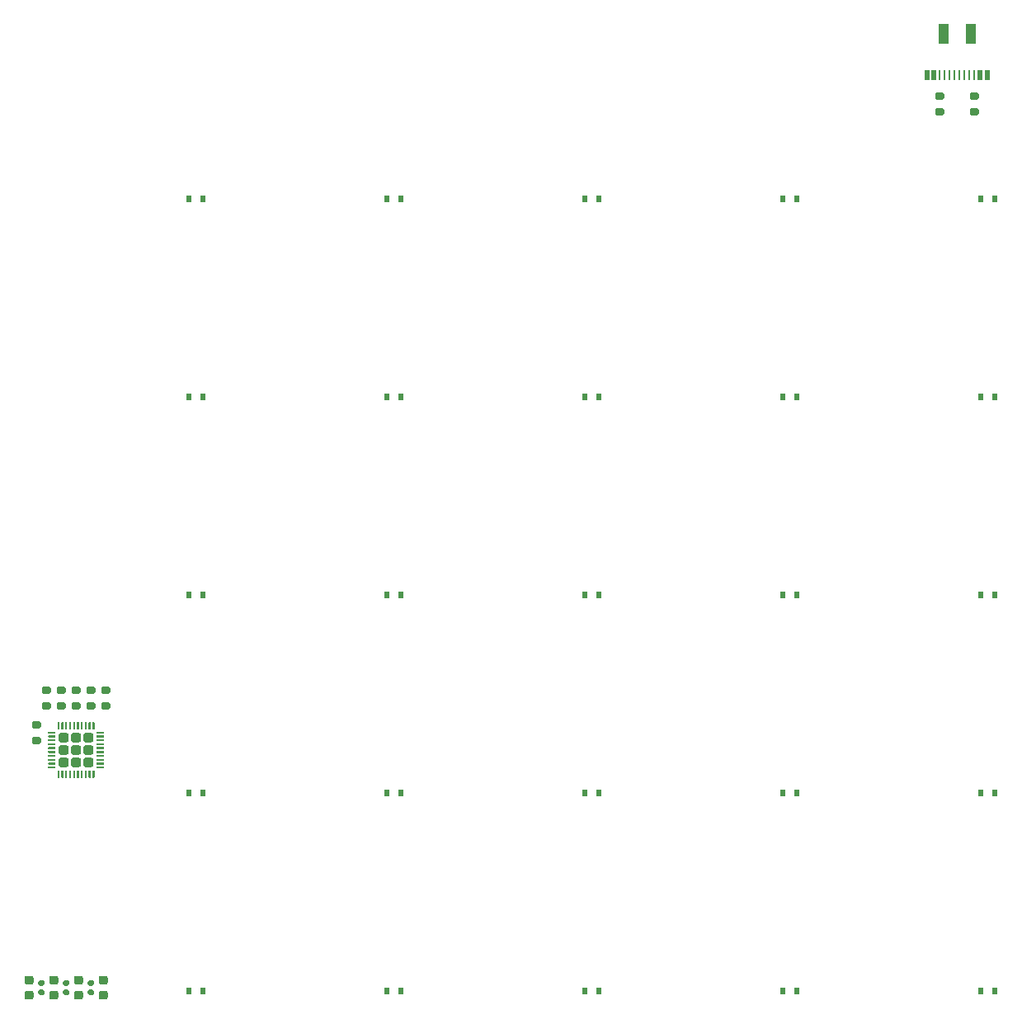
<source format=gbr>
G04 #@! TF.GenerationSoftware,KiCad,Pcbnew,(5.1.8)-1*
G04 #@! TF.CreationDate,2021-03-16T20:17:20-07:00*
G04 #@! TF.ProjectId,DeskTopVolKnob_Keypad,4465736b-546f-4705-966f-6c4b6e6f625f,rev?*
G04 #@! TF.SameCoordinates,Original*
G04 #@! TF.FileFunction,Paste,Bot*
G04 #@! TF.FilePolarity,Positive*
%FSLAX46Y46*%
G04 Gerber Fmt 4.6, Leading zero omitted, Abs format (unit mm)*
G04 Created by KiCad (PCBNEW (5.1.8)-1) date 2021-03-16 20:17:20*
%MOMM*%
%LPD*%
G01*
G04 APERTURE LIST*
%ADD10R,1.000000X2.000000*%
%ADD11R,0.270000X1.000000*%
%ADD12R,0.520000X1.000000*%
%ADD13R,0.600000X0.700000*%
G04 APERTURE END LIST*
G36*
G01*
X43436000Y-103879999D02*
X43436000Y-104400001D01*
G75*
G02*
X43186001Y-104650000I-249999J0D01*
G01*
X42665999Y-104650000D01*
G75*
G02*
X42416000Y-104400001I0J249999D01*
G01*
X42416000Y-103879999D01*
G75*
G02*
X42665999Y-103630000I249999J0D01*
G01*
X43186001Y-103630000D01*
G75*
G02*
X43436000Y-103879999I0J-249999D01*
G01*
G37*
G36*
G01*
X43436000Y-102609999D02*
X43436000Y-103130001D01*
G75*
G02*
X43186001Y-103380000I-249999J0D01*
G01*
X42665999Y-103380000D01*
G75*
G02*
X42416000Y-103130001I0J249999D01*
G01*
X42416000Y-102609999D01*
G75*
G02*
X42665999Y-102360000I249999J0D01*
G01*
X43186001Y-102360000D01*
G75*
G02*
X43436000Y-102609999I0J-249999D01*
G01*
G37*
G36*
G01*
X43436000Y-101339999D02*
X43436000Y-101860001D01*
G75*
G02*
X43186001Y-102110000I-249999J0D01*
G01*
X42665999Y-102110000D01*
G75*
G02*
X42416000Y-101860001I0J249999D01*
G01*
X42416000Y-101339999D01*
G75*
G02*
X42665999Y-101090000I249999J0D01*
G01*
X43186001Y-101090000D01*
G75*
G02*
X43436000Y-101339999I0J-249999D01*
G01*
G37*
G36*
G01*
X44706000Y-103879999D02*
X44706000Y-104400001D01*
G75*
G02*
X44456001Y-104650000I-249999J0D01*
G01*
X43935999Y-104650000D01*
G75*
G02*
X43686000Y-104400001I0J249999D01*
G01*
X43686000Y-103879999D01*
G75*
G02*
X43935999Y-103630000I249999J0D01*
G01*
X44456001Y-103630000D01*
G75*
G02*
X44706000Y-103879999I0J-249999D01*
G01*
G37*
G36*
G01*
X44706000Y-102609999D02*
X44706000Y-103130001D01*
G75*
G02*
X44456001Y-103380000I-249999J0D01*
G01*
X43935999Y-103380000D01*
G75*
G02*
X43686000Y-103130001I0J249999D01*
G01*
X43686000Y-102609999D01*
G75*
G02*
X43935999Y-102360000I249999J0D01*
G01*
X44456001Y-102360000D01*
G75*
G02*
X44706000Y-102609999I0J-249999D01*
G01*
G37*
G36*
G01*
X44706000Y-101339999D02*
X44706000Y-101860001D01*
G75*
G02*
X44456001Y-102110000I-249999J0D01*
G01*
X43935999Y-102110000D01*
G75*
G02*
X43686000Y-101860001I0J249999D01*
G01*
X43686000Y-101339999D01*
G75*
G02*
X43935999Y-101090000I249999J0D01*
G01*
X44456001Y-101090000D01*
G75*
G02*
X44706000Y-101339999I0J-249999D01*
G01*
G37*
G36*
G01*
X45976000Y-103879999D02*
X45976000Y-104400001D01*
G75*
G02*
X45726001Y-104650000I-249999J0D01*
G01*
X45205999Y-104650000D01*
G75*
G02*
X44956000Y-104400001I0J249999D01*
G01*
X44956000Y-103879999D01*
G75*
G02*
X45205999Y-103630000I249999J0D01*
G01*
X45726001Y-103630000D01*
G75*
G02*
X45976000Y-103879999I0J-249999D01*
G01*
G37*
G36*
G01*
X45976000Y-102609999D02*
X45976000Y-103130001D01*
G75*
G02*
X45726001Y-103380000I-249999J0D01*
G01*
X45205999Y-103380000D01*
G75*
G02*
X44956000Y-103130001I0J249999D01*
G01*
X44956000Y-102609999D01*
G75*
G02*
X45205999Y-102360000I249999J0D01*
G01*
X45726001Y-102360000D01*
G75*
G02*
X45976000Y-102609999I0J-249999D01*
G01*
G37*
G36*
G01*
X45976000Y-101339999D02*
X45976000Y-101860001D01*
G75*
G02*
X45726001Y-102110000I-249999J0D01*
G01*
X45205999Y-102110000D01*
G75*
G02*
X44956000Y-101860001I0J249999D01*
G01*
X44956000Y-101339999D01*
G75*
G02*
X45205999Y-101090000I249999J0D01*
G01*
X45726001Y-101090000D01*
G75*
G02*
X45976000Y-101339999I0J-249999D01*
G01*
G37*
G36*
G01*
X46096000Y-100045000D02*
X46096000Y-100720000D01*
G75*
G02*
X46046000Y-100770000I-50000J0D01*
G01*
X45946000Y-100770000D01*
G75*
G02*
X45896000Y-100720000I0J50000D01*
G01*
X45896000Y-100045000D01*
G75*
G02*
X45946000Y-99995000I50000J0D01*
G01*
X46046000Y-99995000D01*
G75*
G02*
X46096000Y-100045000I0J-50000D01*
G01*
G37*
G36*
G01*
X45696000Y-100045000D02*
X45696000Y-100720000D01*
G75*
G02*
X45646000Y-100770000I-50000J0D01*
G01*
X45546000Y-100770000D01*
G75*
G02*
X45496000Y-100720000I0J50000D01*
G01*
X45496000Y-100045000D01*
G75*
G02*
X45546000Y-99995000I50000J0D01*
G01*
X45646000Y-99995000D01*
G75*
G02*
X45696000Y-100045000I0J-50000D01*
G01*
G37*
G36*
G01*
X45296000Y-100045000D02*
X45296000Y-100720000D01*
G75*
G02*
X45246000Y-100770000I-50000J0D01*
G01*
X45146000Y-100770000D01*
G75*
G02*
X45096000Y-100720000I0J50000D01*
G01*
X45096000Y-100045000D01*
G75*
G02*
X45146000Y-99995000I50000J0D01*
G01*
X45246000Y-99995000D01*
G75*
G02*
X45296000Y-100045000I0J-50000D01*
G01*
G37*
G36*
G01*
X44896000Y-100045000D02*
X44896000Y-100720000D01*
G75*
G02*
X44846000Y-100770000I-50000J0D01*
G01*
X44746000Y-100770000D01*
G75*
G02*
X44696000Y-100720000I0J50000D01*
G01*
X44696000Y-100045000D01*
G75*
G02*
X44746000Y-99995000I50000J0D01*
G01*
X44846000Y-99995000D01*
G75*
G02*
X44896000Y-100045000I0J-50000D01*
G01*
G37*
G36*
G01*
X44496000Y-100045000D02*
X44496000Y-100720000D01*
G75*
G02*
X44446000Y-100770000I-50000J0D01*
G01*
X44346000Y-100770000D01*
G75*
G02*
X44296000Y-100720000I0J50000D01*
G01*
X44296000Y-100045000D01*
G75*
G02*
X44346000Y-99995000I50000J0D01*
G01*
X44446000Y-99995000D01*
G75*
G02*
X44496000Y-100045000I0J-50000D01*
G01*
G37*
G36*
G01*
X44096000Y-100045000D02*
X44096000Y-100720000D01*
G75*
G02*
X44046000Y-100770000I-50000J0D01*
G01*
X43946000Y-100770000D01*
G75*
G02*
X43896000Y-100720000I0J50000D01*
G01*
X43896000Y-100045000D01*
G75*
G02*
X43946000Y-99995000I50000J0D01*
G01*
X44046000Y-99995000D01*
G75*
G02*
X44096000Y-100045000I0J-50000D01*
G01*
G37*
G36*
G01*
X43696000Y-100045000D02*
X43696000Y-100720000D01*
G75*
G02*
X43646000Y-100770000I-50000J0D01*
G01*
X43546000Y-100770000D01*
G75*
G02*
X43496000Y-100720000I0J50000D01*
G01*
X43496000Y-100045000D01*
G75*
G02*
X43546000Y-99995000I50000J0D01*
G01*
X43646000Y-99995000D01*
G75*
G02*
X43696000Y-100045000I0J-50000D01*
G01*
G37*
G36*
G01*
X43296000Y-100045000D02*
X43296000Y-100720000D01*
G75*
G02*
X43246000Y-100770000I-50000J0D01*
G01*
X43146000Y-100770000D01*
G75*
G02*
X43096000Y-100720000I0J50000D01*
G01*
X43096000Y-100045000D01*
G75*
G02*
X43146000Y-99995000I50000J0D01*
G01*
X43246000Y-99995000D01*
G75*
G02*
X43296000Y-100045000I0J-50000D01*
G01*
G37*
G36*
G01*
X42896000Y-100045000D02*
X42896000Y-100720000D01*
G75*
G02*
X42846000Y-100770000I-50000J0D01*
G01*
X42746000Y-100770000D01*
G75*
G02*
X42696000Y-100720000I0J50000D01*
G01*
X42696000Y-100045000D01*
G75*
G02*
X42746000Y-99995000I50000J0D01*
G01*
X42846000Y-99995000D01*
G75*
G02*
X42896000Y-100045000I0J-50000D01*
G01*
G37*
G36*
G01*
X42496000Y-100045000D02*
X42496000Y-100720000D01*
G75*
G02*
X42446000Y-100770000I-50000J0D01*
G01*
X42346000Y-100770000D01*
G75*
G02*
X42296000Y-100720000I0J50000D01*
G01*
X42296000Y-100045000D01*
G75*
G02*
X42346000Y-99995000I50000J0D01*
G01*
X42446000Y-99995000D01*
G75*
G02*
X42496000Y-100045000I0J-50000D01*
G01*
G37*
G36*
G01*
X42096000Y-101020000D02*
X42096000Y-101120000D01*
G75*
G02*
X42046000Y-101170000I-50000J0D01*
G01*
X41371000Y-101170000D01*
G75*
G02*
X41321000Y-101120000I0J50000D01*
G01*
X41321000Y-101020000D01*
G75*
G02*
X41371000Y-100970000I50000J0D01*
G01*
X42046000Y-100970000D01*
G75*
G02*
X42096000Y-101020000I0J-50000D01*
G01*
G37*
G36*
G01*
X42096000Y-101420000D02*
X42096000Y-101520000D01*
G75*
G02*
X42046000Y-101570000I-50000J0D01*
G01*
X41371000Y-101570000D01*
G75*
G02*
X41321000Y-101520000I0J50000D01*
G01*
X41321000Y-101420000D01*
G75*
G02*
X41371000Y-101370000I50000J0D01*
G01*
X42046000Y-101370000D01*
G75*
G02*
X42096000Y-101420000I0J-50000D01*
G01*
G37*
G36*
G01*
X42096000Y-101820000D02*
X42096000Y-101920000D01*
G75*
G02*
X42046000Y-101970000I-50000J0D01*
G01*
X41371000Y-101970000D01*
G75*
G02*
X41321000Y-101920000I0J50000D01*
G01*
X41321000Y-101820000D01*
G75*
G02*
X41371000Y-101770000I50000J0D01*
G01*
X42046000Y-101770000D01*
G75*
G02*
X42096000Y-101820000I0J-50000D01*
G01*
G37*
G36*
G01*
X42096000Y-102220000D02*
X42096000Y-102320000D01*
G75*
G02*
X42046000Y-102370000I-50000J0D01*
G01*
X41371000Y-102370000D01*
G75*
G02*
X41321000Y-102320000I0J50000D01*
G01*
X41321000Y-102220000D01*
G75*
G02*
X41371000Y-102170000I50000J0D01*
G01*
X42046000Y-102170000D01*
G75*
G02*
X42096000Y-102220000I0J-50000D01*
G01*
G37*
G36*
G01*
X42096000Y-102620000D02*
X42096000Y-102720000D01*
G75*
G02*
X42046000Y-102770000I-50000J0D01*
G01*
X41371000Y-102770000D01*
G75*
G02*
X41321000Y-102720000I0J50000D01*
G01*
X41321000Y-102620000D01*
G75*
G02*
X41371000Y-102570000I50000J0D01*
G01*
X42046000Y-102570000D01*
G75*
G02*
X42096000Y-102620000I0J-50000D01*
G01*
G37*
G36*
G01*
X42096000Y-103020000D02*
X42096000Y-103120000D01*
G75*
G02*
X42046000Y-103170000I-50000J0D01*
G01*
X41371000Y-103170000D01*
G75*
G02*
X41321000Y-103120000I0J50000D01*
G01*
X41321000Y-103020000D01*
G75*
G02*
X41371000Y-102970000I50000J0D01*
G01*
X42046000Y-102970000D01*
G75*
G02*
X42096000Y-103020000I0J-50000D01*
G01*
G37*
G36*
G01*
X42096000Y-103420000D02*
X42096000Y-103520000D01*
G75*
G02*
X42046000Y-103570000I-50000J0D01*
G01*
X41371000Y-103570000D01*
G75*
G02*
X41321000Y-103520000I0J50000D01*
G01*
X41321000Y-103420000D01*
G75*
G02*
X41371000Y-103370000I50000J0D01*
G01*
X42046000Y-103370000D01*
G75*
G02*
X42096000Y-103420000I0J-50000D01*
G01*
G37*
G36*
G01*
X42096000Y-103820000D02*
X42096000Y-103920000D01*
G75*
G02*
X42046000Y-103970000I-50000J0D01*
G01*
X41371000Y-103970000D01*
G75*
G02*
X41321000Y-103920000I0J50000D01*
G01*
X41321000Y-103820000D01*
G75*
G02*
X41371000Y-103770000I50000J0D01*
G01*
X42046000Y-103770000D01*
G75*
G02*
X42096000Y-103820000I0J-50000D01*
G01*
G37*
G36*
G01*
X42096000Y-104220000D02*
X42096000Y-104320000D01*
G75*
G02*
X42046000Y-104370000I-50000J0D01*
G01*
X41371000Y-104370000D01*
G75*
G02*
X41321000Y-104320000I0J50000D01*
G01*
X41321000Y-104220000D01*
G75*
G02*
X41371000Y-104170000I50000J0D01*
G01*
X42046000Y-104170000D01*
G75*
G02*
X42096000Y-104220000I0J-50000D01*
G01*
G37*
G36*
G01*
X42096000Y-104620000D02*
X42096000Y-104720000D01*
G75*
G02*
X42046000Y-104770000I-50000J0D01*
G01*
X41371000Y-104770000D01*
G75*
G02*
X41321000Y-104720000I0J50000D01*
G01*
X41321000Y-104620000D01*
G75*
G02*
X41371000Y-104570000I50000J0D01*
G01*
X42046000Y-104570000D01*
G75*
G02*
X42096000Y-104620000I0J-50000D01*
G01*
G37*
G36*
G01*
X42496000Y-105020000D02*
X42496000Y-105695000D01*
G75*
G02*
X42446000Y-105745000I-50000J0D01*
G01*
X42346000Y-105745000D01*
G75*
G02*
X42296000Y-105695000I0J50000D01*
G01*
X42296000Y-105020000D01*
G75*
G02*
X42346000Y-104970000I50000J0D01*
G01*
X42446000Y-104970000D01*
G75*
G02*
X42496000Y-105020000I0J-50000D01*
G01*
G37*
G36*
G01*
X42896000Y-105020000D02*
X42896000Y-105695000D01*
G75*
G02*
X42846000Y-105745000I-50000J0D01*
G01*
X42746000Y-105745000D01*
G75*
G02*
X42696000Y-105695000I0J50000D01*
G01*
X42696000Y-105020000D01*
G75*
G02*
X42746000Y-104970000I50000J0D01*
G01*
X42846000Y-104970000D01*
G75*
G02*
X42896000Y-105020000I0J-50000D01*
G01*
G37*
G36*
G01*
X43296000Y-105020000D02*
X43296000Y-105695000D01*
G75*
G02*
X43246000Y-105745000I-50000J0D01*
G01*
X43146000Y-105745000D01*
G75*
G02*
X43096000Y-105695000I0J50000D01*
G01*
X43096000Y-105020000D01*
G75*
G02*
X43146000Y-104970000I50000J0D01*
G01*
X43246000Y-104970000D01*
G75*
G02*
X43296000Y-105020000I0J-50000D01*
G01*
G37*
G36*
G01*
X43696000Y-105020000D02*
X43696000Y-105695000D01*
G75*
G02*
X43646000Y-105745000I-50000J0D01*
G01*
X43546000Y-105745000D01*
G75*
G02*
X43496000Y-105695000I0J50000D01*
G01*
X43496000Y-105020000D01*
G75*
G02*
X43546000Y-104970000I50000J0D01*
G01*
X43646000Y-104970000D01*
G75*
G02*
X43696000Y-105020000I0J-50000D01*
G01*
G37*
G36*
G01*
X44096000Y-105020000D02*
X44096000Y-105695000D01*
G75*
G02*
X44046000Y-105745000I-50000J0D01*
G01*
X43946000Y-105745000D01*
G75*
G02*
X43896000Y-105695000I0J50000D01*
G01*
X43896000Y-105020000D01*
G75*
G02*
X43946000Y-104970000I50000J0D01*
G01*
X44046000Y-104970000D01*
G75*
G02*
X44096000Y-105020000I0J-50000D01*
G01*
G37*
G36*
G01*
X44496000Y-105020000D02*
X44496000Y-105695000D01*
G75*
G02*
X44446000Y-105745000I-50000J0D01*
G01*
X44346000Y-105745000D01*
G75*
G02*
X44296000Y-105695000I0J50000D01*
G01*
X44296000Y-105020000D01*
G75*
G02*
X44346000Y-104970000I50000J0D01*
G01*
X44446000Y-104970000D01*
G75*
G02*
X44496000Y-105020000I0J-50000D01*
G01*
G37*
G36*
G01*
X44896000Y-105020000D02*
X44896000Y-105695000D01*
G75*
G02*
X44846000Y-105745000I-50000J0D01*
G01*
X44746000Y-105745000D01*
G75*
G02*
X44696000Y-105695000I0J50000D01*
G01*
X44696000Y-105020000D01*
G75*
G02*
X44746000Y-104970000I50000J0D01*
G01*
X44846000Y-104970000D01*
G75*
G02*
X44896000Y-105020000I0J-50000D01*
G01*
G37*
G36*
G01*
X45296000Y-105020000D02*
X45296000Y-105695000D01*
G75*
G02*
X45246000Y-105745000I-50000J0D01*
G01*
X45146000Y-105745000D01*
G75*
G02*
X45096000Y-105695000I0J50000D01*
G01*
X45096000Y-105020000D01*
G75*
G02*
X45146000Y-104970000I50000J0D01*
G01*
X45246000Y-104970000D01*
G75*
G02*
X45296000Y-105020000I0J-50000D01*
G01*
G37*
G36*
G01*
X45696000Y-105020000D02*
X45696000Y-105695000D01*
G75*
G02*
X45646000Y-105745000I-50000J0D01*
G01*
X45546000Y-105745000D01*
G75*
G02*
X45496000Y-105695000I0J50000D01*
G01*
X45496000Y-105020000D01*
G75*
G02*
X45546000Y-104970000I50000J0D01*
G01*
X45646000Y-104970000D01*
G75*
G02*
X45696000Y-105020000I0J-50000D01*
G01*
G37*
G36*
G01*
X46096000Y-105020000D02*
X46096000Y-105695000D01*
G75*
G02*
X46046000Y-105745000I-50000J0D01*
G01*
X45946000Y-105745000D01*
G75*
G02*
X45896000Y-105695000I0J50000D01*
G01*
X45896000Y-105020000D01*
G75*
G02*
X45946000Y-104970000I50000J0D01*
G01*
X46046000Y-104970000D01*
G75*
G02*
X46096000Y-105020000I0J-50000D01*
G01*
G37*
G36*
G01*
X47071000Y-104620000D02*
X47071000Y-104720000D01*
G75*
G02*
X47021000Y-104770000I-50000J0D01*
G01*
X46346000Y-104770000D01*
G75*
G02*
X46296000Y-104720000I0J50000D01*
G01*
X46296000Y-104620000D01*
G75*
G02*
X46346000Y-104570000I50000J0D01*
G01*
X47021000Y-104570000D01*
G75*
G02*
X47071000Y-104620000I0J-50000D01*
G01*
G37*
G36*
G01*
X47071000Y-104220000D02*
X47071000Y-104320000D01*
G75*
G02*
X47021000Y-104370000I-50000J0D01*
G01*
X46346000Y-104370000D01*
G75*
G02*
X46296000Y-104320000I0J50000D01*
G01*
X46296000Y-104220000D01*
G75*
G02*
X46346000Y-104170000I50000J0D01*
G01*
X47021000Y-104170000D01*
G75*
G02*
X47071000Y-104220000I0J-50000D01*
G01*
G37*
G36*
G01*
X47071000Y-103820000D02*
X47071000Y-103920000D01*
G75*
G02*
X47021000Y-103970000I-50000J0D01*
G01*
X46346000Y-103970000D01*
G75*
G02*
X46296000Y-103920000I0J50000D01*
G01*
X46296000Y-103820000D01*
G75*
G02*
X46346000Y-103770000I50000J0D01*
G01*
X47021000Y-103770000D01*
G75*
G02*
X47071000Y-103820000I0J-50000D01*
G01*
G37*
G36*
G01*
X47071000Y-103420000D02*
X47071000Y-103520000D01*
G75*
G02*
X47021000Y-103570000I-50000J0D01*
G01*
X46346000Y-103570000D01*
G75*
G02*
X46296000Y-103520000I0J50000D01*
G01*
X46296000Y-103420000D01*
G75*
G02*
X46346000Y-103370000I50000J0D01*
G01*
X47021000Y-103370000D01*
G75*
G02*
X47071000Y-103420000I0J-50000D01*
G01*
G37*
G36*
G01*
X47071000Y-103020000D02*
X47071000Y-103120000D01*
G75*
G02*
X47021000Y-103170000I-50000J0D01*
G01*
X46346000Y-103170000D01*
G75*
G02*
X46296000Y-103120000I0J50000D01*
G01*
X46296000Y-103020000D01*
G75*
G02*
X46346000Y-102970000I50000J0D01*
G01*
X47021000Y-102970000D01*
G75*
G02*
X47071000Y-103020000I0J-50000D01*
G01*
G37*
G36*
G01*
X47071000Y-102620000D02*
X47071000Y-102720000D01*
G75*
G02*
X47021000Y-102770000I-50000J0D01*
G01*
X46346000Y-102770000D01*
G75*
G02*
X46296000Y-102720000I0J50000D01*
G01*
X46296000Y-102620000D01*
G75*
G02*
X46346000Y-102570000I50000J0D01*
G01*
X47021000Y-102570000D01*
G75*
G02*
X47071000Y-102620000I0J-50000D01*
G01*
G37*
G36*
G01*
X47071000Y-102220000D02*
X47071000Y-102320000D01*
G75*
G02*
X47021000Y-102370000I-50000J0D01*
G01*
X46346000Y-102370000D01*
G75*
G02*
X46296000Y-102320000I0J50000D01*
G01*
X46296000Y-102220000D01*
G75*
G02*
X46346000Y-102170000I50000J0D01*
G01*
X47021000Y-102170000D01*
G75*
G02*
X47071000Y-102220000I0J-50000D01*
G01*
G37*
G36*
G01*
X47071000Y-101820000D02*
X47071000Y-101920000D01*
G75*
G02*
X47021000Y-101970000I-50000J0D01*
G01*
X46346000Y-101970000D01*
G75*
G02*
X46296000Y-101920000I0J50000D01*
G01*
X46296000Y-101820000D01*
G75*
G02*
X46346000Y-101770000I50000J0D01*
G01*
X47021000Y-101770000D01*
G75*
G02*
X47071000Y-101820000I0J-50000D01*
G01*
G37*
G36*
G01*
X47071000Y-101420000D02*
X47071000Y-101520000D01*
G75*
G02*
X47021000Y-101570000I-50000J0D01*
G01*
X46346000Y-101570000D01*
G75*
G02*
X46296000Y-101520000I0J50000D01*
G01*
X46296000Y-101420000D01*
G75*
G02*
X46346000Y-101370000I50000J0D01*
G01*
X47021000Y-101370000D01*
G75*
G02*
X47071000Y-101420000I0J-50000D01*
G01*
G37*
G36*
G01*
X47071000Y-101020000D02*
X47071000Y-101120000D01*
G75*
G02*
X47021000Y-101170000I-50000J0D01*
G01*
X46346000Y-101170000D01*
G75*
G02*
X46296000Y-101120000I0J50000D01*
G01*
X46296000Y-101020000D01*
G75*
G02*
X46346000Y-100970000I50000J0D01*
G01*
X47021000Y-100970000D01*
G75*
G02*
X47071000Y-101020000I0J-50000D01*
G01*
G37*
G36*
G01*
X39857000Y-101517000D02*
X40407000Y-101517000D01*
G75*
G02*
X40607000Y-101717000I0J-200000D01*
G01*
X40607000Y-102117000D01*
G75*
G02*
X40407000Y-102317000I-200000J0D01*
G01*
X39857000Y-102317000D01*
G75*
G02*
X39657000Y-102117000I0J200000D01*
G01*
X39657000Y-101717000D01*
G75*
G02*
X39857000Y-101517000I200000J0D01*
G01*
G37*
G36*
G01*
X39857000Y-99867000D02*
X40407000Y-99867000D01*
G75*
G02*
X40607000Y-100067000I0J-200000D01*
G01*
X40607000Y-100467000D01*
G75*
G02*
X40407000Y-100667000I-200000J0D01*
G01*
X39857000Y-100667000D01*
G75*
G02*
X39657000Y-100467000I0J200000D01*
G01*
X39657000Y-100067000D01*
G75*
G02*
X39857000Y-99867000I200000J0D01*
G01*
G37*
G36*
G01*
X44471000Y-97111000D02*
X43921000Y-97111000D01*
G75*
G02*
X43721000Y-96911000I0J200000D01*
G01*
X43721000Y-96511000D01*
G75*
G02*
X43921000Y-96311000I200000J0D01*
G01*
X44471000Y-96311000D01*
G75*
G02*
X44671000Y-96511000I0J-200000D01*
G01*
X44671000Y-96911000D01*
G75*
G02*
X44471000Y-97111000I-200000J0D01*
G01*
G37*
G36*
G01*
X44471000Y-98761000D02*
X43921000Y-98761000D01*
G75*
G02*
X43721000Y-98561000I0J200000D01*
G01*
X43721000Y-98161000D01*
G75*
G02*
X43921000Y-97961000I200000J0D01*
G01*
X44471000Y-97961000D01*
G75*
G02*
X44671000Y-98161000I0J-200000D01*
G01*
X44671000Y-98561000D01*
G75*
G02*
X44471000Y-98761000I-200000J0D01*
G01*
G37*
G36*
G01*
X42947000Y-97111000D02*
X42397000Y-97111000D01*
G75*
G02*
X42197000Y-96911000I0J200000D01*
G01*
X42197000Y-96511000D01*
G75*
G02*
X42397000Y-96311000I200000J0D01*
G01*
X42947000Y-96311000D01*
G75*
G02*
X43147000Y-96511000I0J-200000D01*
G01*
X43147000Y-96911000D01*
G75*
G02*
X42947000Y-97111000I-200000J0D01*
G01*
G37*
G36*
G01*
X42947000Y-98761000D02*
X42397000Y-98761000D01*
G75*
G02*
X42197000Y-98561000I0J200000D01*
G01*
X42197000Y-98161000D01*
G75*
G02*
X42397000Y-97961000I200000J0D01*
G01*
X42947000Y-97961000D01*
G75*
G02*
X43147000Y-98161000I0J-200000D01*
G01*
X43147000Y-98561000D01*
G75*
G02*
X42947000Y-98761000I-200000J0D01*
G01*
G37*
G36*
G01*
X46969000Y-97961000D02*
X47519000Y-97961000D01*
G75*
G02*
X47719000Y-98161000I0J-200000D01*
G01*
X47719000Y-98561000D01*
G75*
G02*
X47519000Y-98761000I-200000J0D01*
G01*
X46969000Y-98761000D01*
G75*
G02*
X46769000Y-98561000I0J200000D01*
G01*
X46769000Y-98161000D01*
G75*
G02*
X46969000Y-97961000I200000J0D01*
G01*
G37*
G36*
G01*
X46969000Y-96311000D02*
X47519000Y-96311000D01*
G75*
G02*
X47719000Y-96511000I0J-200000D01*
G01*
X47719000Y-96911000D01*
G75*
G02*
X47519000Y-97111000I-200000J0D01*
G01*
X46969000Y-97111000D01*
G75*
G02*
X46769000Y-96911000I0J200000D01*
G01*
X46769000Y-96511000D01*
G75*
G02*
X46969000Y-96311000I200000J0D01*
G01*
G37*
G36*
G01*
X45445000Y-97961000D02*
X45995000Y-97961000D01*
G75*
G02*
X46195000Y-98161000I0J-200000D01*
G01*
X46195000Y-98561000D01*
G75*
G02*
X45995000Y-98761000I-200000J0D01*
G01*
X45445000Y-98761000D01*
G75*
G02*
X45245000Y-98561000I0J200000D01*
G01*
X45245000Y-98161000D01*
G75*
G02*
X45445000Y-97961000I200000J0D01*
G01*
G37*
G36*
G01*
X45445000Y-96311000D02*
X45995000Y-96311000D01*
G75*
G02*
X46195000Y-96511000I0J-200000D01*
G01*
X46195000Y-96911000D01*
G75*
G02*
X45995000Y-97111000I-200000J0D01*
G01*
X45445000Y-97111000D01*
G75*
G02*
X45245000Y-96911000I0J200000D01*
G01*
X45245000Y-96511000D01*
G75*
G02*
X45445000Y-96311000I200000J0D01*
G01*
G37*
G36*
G01*
X41423000Y-97111000D02*
X40873000Y-97111000D01*
G75*
G02*
X40673000Y-96911000I0J200000D01*
G01*
X40673000Y-96511000D01*
G75*
G02*
X40873000Y-96311000I200000J0D01*
G01*
X41423000Y-96311000D01*
G75*
G02*
X41623000Y-96511000I0J-200000D01*
G01*
X41623000Y-96911000D01*
G75*
G02*
X41423000Y-97111000I-200000J0D01*
G01*
G37*
G36*
G01*
X41423000Y-98761000D02*
X40873000Y-98761000D01*
G75*
G02*
X40673000Y-98561000I0J200000D01*
G01*
X40673000Y-98161000D01*
G75*
G02*
X40873000Y-97961000I200000J0D01*
G01*
X41423000Y-97961000D01*
G75*
G02*
X41623000Y-98161000I0J-200000D01*
G01*
X41623000Y-98561000D01*
G75*
G02*
X41423000Y-98761000I-200000J0D01*
G01*
G37*
G36*
G01*
X42160000Y-126929000D02*
X41660000Y-126929000D01*
G75*
G02*
X41435000Y-126704000I0J225000D01*
G01*
X41435000Y-126254000D01*
G75*
G02*
X41660000Y-126029000I225000J0D01*
G01*
X42160000Y-126029000D01*
G75*
G02*
X42385000Y-126254000I0J-225000D01*
G01*
X42385000Y-126704000D01*
G75*
G02*
X42160000Y-126929000I-225000J0D01*
G01*
G37*
G36*
G01*
X42160000Y-128479000D02*
X41660000Y-128479000D01*
G75*
G02*
X41435000Y-128254000I0J225000D01*
G01*
X41435000Y-127804000D01*
G75*
G02*
X41660000Y-127579000I225000J0D01*
G01*
X42160000Y-127579000D01*
G75*
G02*
X42385000Y-127804000I0J-225000D01*
G01*
X42385000Y-128254000D01*
G75*
G02*
X42160000Y-128479000I-225000J0D01*
G01*
G37*
G36*
G01*
X45890000Y-127054000D02*
X45550000Y-127054000D01*
G75*
G02*
X45410000Y-126914000I0J140000D01*
G01*
X45410000Y-126634000D01*
G75*
G02*
X45550000Y-126494000I140000J0D01*
G01*
X45890000Y-126494000D01*
G75*
G02*
X46030000Y-126634000I0J-140000D01*
G01*
X46030000Y-126914000D01*
G75*
G02*
X45890000Y-127054000I-140000J0D01*
G01*
G37*
G36*
G01*
X45890000Y-128014000D02*
X45550000Y-128014000D01*
G75*
G02*
X45410000Y-127874000I0J140000D01*
G01*
X45410000Y-127594000D01*
G75*
G02*
X45550000Y-127454000I140000J0D01*
G01*
X45890000Y-127454000D01*
G75*
G02*
X46030000Y-127594000I0J-140000D01*
G01*
X46030000Y-127874000D01*
G75*
G02*
X45890000Y-128014000I-140000J0D01*
G01*
G37*
G36*
G01*
X47240000Y-126929000D02*
X46740000Y-126929000D01*
G75*
G02*
X46515000Y-126704000I0J225000D01*
G01*
X46515000Y-126254000D01*
G75*
G02*
X46740000Y-126029000I225000J0D01*
G01*
X47240000Y-126029000D01*
G75*
G02*
X47465000Y-126254000I0J-225000D01*
G01*
X47465000Y-126704000D01*
G75*
G02*
X47240000Y-126929000I-225000J0D01*
G01*
G37*
G36*
G01*
X47240000Y-128479000D02*
X46740000Y-128479000D01*
G75*
G02*
X46515000Y-128254000I0J225000D01*
G01*
X46515000Y-127804000D01*
G75*
G02*
X46740000Y-127579000I225000J0D01*
G01*
X47240000Y-127579000D01*
G75*
G02*
X47465000Y-127804000I0J-225000D01*
G01*
X47465000Y-128254000D01*
G75*
G02*
X47240000Y-128479000I-225000J0D01*
G01*
G37*
G36*
G01*
X40810001Y-127054000D02*
X40470001Y-127054000D01*
G75*
G02*
X40330001Y-126914000I0J140000D01*
G01*
X40330001Y-126634000D01*
G75*
G02*
X40470001Y-126494000I140000J0D01*
G01*
X40810001Y-126494000D01*
G75*
G02*
X40950001Y-126634000I0J-140000D01*
G01*
X40950001Y-126914000D01*
G75*
G02*
X40810001Y-127054000I-140000J0D01*
G01*
G37*
G36*
G01*
X40810001Y-128014000D02*
X40470001Y-128014000D01*
G75*
G02*
X40330001Y-127874000I0J140000D01*
G01*
X40330001Y-127594000D01*
G75*
G02*
X40470001Y-127454000I140000J0D01*
G01*
X40810001Y-127454000D01*
G75*
G02*
X40950001Y-127594000I0J-140000D01*
G01*
X40950001Y-127874000D01*
G75*
G02*
X40810001Y-128014000I-140000J0D01*
G01*
G37*
G36*
G01*
X44700000Y-126928999D02*
X44200000Y-126928999D01*
G75*
G02*
X43975000Y-126703999I0J225000D01*
G01*
X43975000Y-126253999D01*
G75*
G02*
X44200000Y-126028999I225000J0D01*
G01*
X44700000Y-126028999D01*
G75*
G02*
X44925000Y-126253999I0J-225000D01*
G01*
X44925000Y-126703999D01*
G75*
G02*
X44700000Y-126928999I-225000J0D01*
G01*
G37*
G36*
G01*
X44700000Y-128478999D02*
X44200000Y-128478999D01*
G75*
G02*
X43975000Y-128253999I0J225000D01*
G01*
X43975000Y-127803999D01*
G75*
G02*
X44200000Y-127578999I225000J0D01*
G01*
X44700000Y-127578999D01*
G75*
G02*
X44925000Y-127803999I0J-225000D01*
G01*
X44925000Y-128253999D01*
G75*
G02*
X44700000Y-128478999I-225000J0D01*
G01*
G37*
G36*
G01*
X43350000Y-127054000D02*
X43010000Y-127054000D01*
G75*
G02*
X42870000Y-126914000I0J140000D01*
G01*
X42870000Y-126634000D01*
G75*
G02*
X43010000Y-126494000I140000J0D01*
G01*
X43350000Y-126494000D01*
G75*
G02*
X43490000Y-126634000I0J-140000D01*
G01*
X43490000Y-126914000D01*
G75*
G02*
X43350000Y-127054000I-140000J0D01*
G01*
G37*
G36*
G01*
X43350000Y-128014000D02*
X43010000Y-128014000D01*
G75*
G02*
X42870000Y-127874000I0J140000D01*
G01*
X42870000Y-127594000D01*
G75*
G02*
X43010000Y-127454000I140000J0D01*
G01*
X43350000Y-127454000D01*
G75*
G02*
X43490000Y-127594000I0J-140000D01*
G01*
X43490000Y-127874000D01*
G75*
G02*
X43350000Y-128014000I-140000J0D01*
G01*
G37*
G36*
G01*
X39620000Y-126929000D02*
X39120000Y-126929000D01*
G75*
G02*
X38895000Y-126704000I0J225000D01*
G01*
X38895000Y-126254000D01*
G75*
G02*
X39120000Y-126029000I225000J0D01*
G01*
X39620000Y-126029000D01*
G75*
G02*
X39845000Y-126254000I0J-225000D01*
G01*
X39845000Y-126704000D01*
G75*
G02*
X39620000Y-126929000I-225000J0D01*
G01*
G37*
G36*
G01*
X39620000Y-128479000D02*
X39120000Y-128479000D01*
G75*
G02*
X38895000Y-128254000I0J225000D01*
G01*
X38895000Y-127804000D01*
G75*
G02*
X39120000Y-127579000I225000J0D01*
G01*
X39620000Y-127579000D01*
G75*
G02*
X39845000Y-127804000I0J-225000D01*
G01*
X39845000Y-128254000D01*
G75*
G02*
X39620000Y-128479000I-225000J0D01*
G01*
G37*
D10*
X136020000Y-29412000D03*
X133220000Y-29412000D03*
D11*
X135870000Y-33612000D03*
X135370000Y-33612000D03*
X134870000Y-33612000D03*
X134370000Y-33612000D03*
X133870000Y-33612000D03*
X133370000Y-33612000D03*
X136370000Y-33612000D03*
X132870000Y-33612000D03*
D12*
X136970000Y-33612000D03*
X132270000Y-33612000D03*
X137720000Y-33612000D03*
X131520000Y-33612000D03*
G36*
G01*
X133117000Y-36151000D02*
X132567000Y-36151000D01*
G75*
G02*
X132367000Y-35951000I0J200000D01*
G01*
X132367000Y-35551000D01*
G75*
G02*
X132567000Y-35351000I200000J0D01*
G01*
X133117000Y-35351000D01*
G75*
G02*
X133317000Y-35551000I0J-200000D01*
G01*
X133317000Y-35951000D01*
G75*
G02*
X133117000Y-36151000I-200000J0D01*
G01*
G37*
G36*
G01*
X133117000Y-37801000D02*
X132567000Y-37801000D01*
G75*
G02*
X132367000Y-37601000I0J200000D01*
G01*
X132367000Y-37201000D01*
G75*
G02*
X132567000Y-37001000I200000J0D01*
G01*
X133117000Y-37001000D01*
G75*
G02*
X133317000Y-37201000I0J-200000D01*
G01*
X133317000Y-37601000D01*
G75*
G02*
X133117000Y-37801000I-200000J0D01*
G01*
G37*
G36*
G01*
X136673000Y-36151000D02*
X136123000Y-36151000D01*
G75*
G02*
X135923000Y-35951000I0J200000D01*
G01*
X135923000Y-35551000D01*
G75*
G02*
X136123000Y-35351000I200000J0D01*
G01*
X136673000Y-35351000D01*
G75*
G02*
X136873000Y-35551000I0J-200000D01*
G01*
X136873000Y-35951000D01*
G75*
G02*
X136673000Y-36151000I-200000J0D01*
G01*
G37*
G36*
G01*
X136673000Y-37801000D02*
X136123000Y-37801000D01*
G75*
G02*
X135923000Y-37601000I0J200000D01*
G01*
X135923000Y-37201000D01*
G75*
G02*
X136123000Y-37001000I200000J0D01*
G01*
X136673000Y-37001000D01*
G75*
G02*
X136873000Y-37201000I0J-200000D01*
G01*
X136873000Y-37601000D01*
G75*
G02*
X136673000Y-37801000I-200000J0D01*
G01*
G37*
D13*
X55815000Y-46355000D03*
X57215000Y-46355000D03*
X55815000Y-66675000D03*
X57215000Y-66675000D03*
X55815000Y-86995000D03*
X57215000Y-86995000D03*
X55815000Y-107315000D03*
X57215000Y-107315000D03*
X55815000Y-127635000D03*
X57215000Y-127635000D03*
X76135000Y-46355000D03*
X77535000Y-46355000D03*
X76135000Y-66675000D03*
X77535000Y-66675000D03*
X76135000Y-86995000D03*
X77535000Y-86995000D03*
X76135000Y-107315000D03*
X77535000Y-107315000D03*
X76135000Y-127635000D03*
X77535000Y-127635000D03*
X96455000Y-46355000D03*
X97855000Y-46355000D03*
X96455000Y-66675000D03*
X97855000Y-66675000D03*
X96455000Y-86995000D03*
X97855000Y-86995000D03*
X96455000Y-107315000D03*
X97855000Y-107315000D03*
X96455000Y-127635000D03*
X97855000Y-127635000D03*
X116775000Y-46355000D03*
X118175000Y-46355000D03*
X116775000Y-66675000D03*
X118175000Y-66675000D03*
X116775000Y-86995000D03*
X118175000Y-86995000D03*
X116775000Y-107315000D03*
X118175000Y-107315000D03*
X116775000Y-127635000D03*
X118175000Y-127635000D03*
X137095000Y-46355000D03*
X138495000Y-46355000D03*
X137095000Y-66675000D03*
X138495000Y-66675000D03*
X137095000Y-86995000D03*
X138495000Y-86995000D03*
X137095000Y-107315000D03*
X138495000Y-107315000D03*
X137095000Y-127635000D03*
X138495000Y-127635000D03*
M02*

</source>
